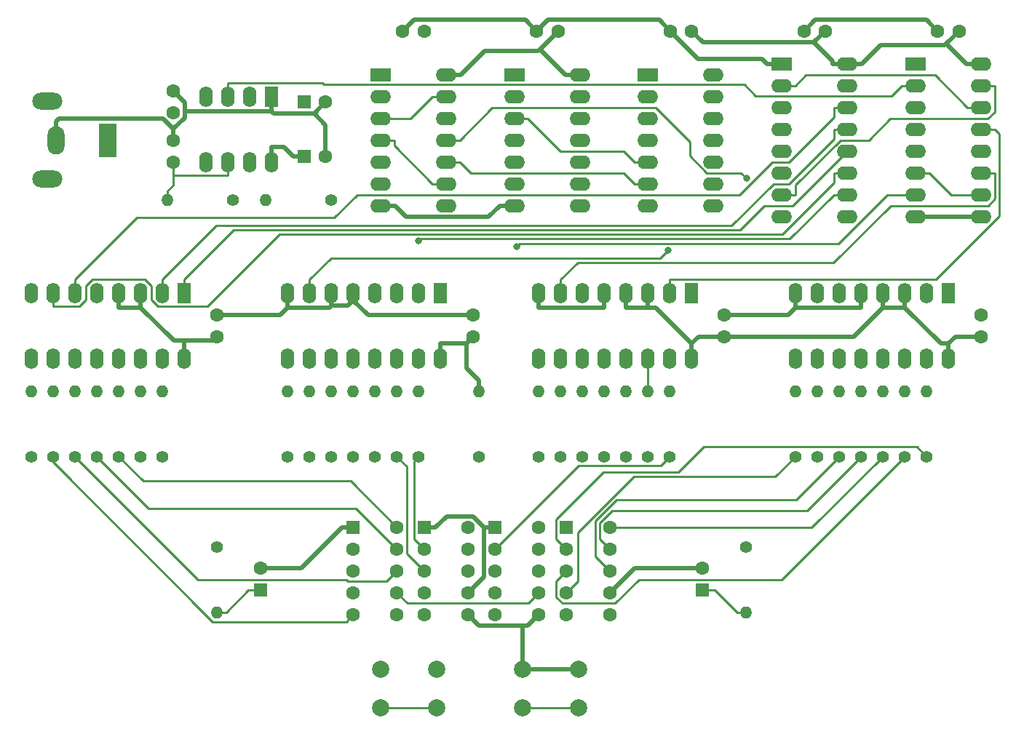
<source format=gbr>
%TF.GenerationSoftware,KiCad,Pcbnew,5.1.7-a382d34a8~87~ubuntu20.04.1*%
%TF.CreationDate,2020-10-16T12:11:30-03:00*%
%TF.ProjectId,cronometro-conta-para-zera,63726f6e-6f6d-4657-9472-6f2d636f6e74,rev?*%
%TF.SameCoordinates,Original*%
%TF.FileFunction,Copper,L1,Top*%
%TF.FilePolarity,Positive*%
%FSLAX46Y46*%
G04 Gerber Fmt 4.6, Leading zero omitted, Abs format (unit mm)*
G04 Created by KiCad (PCBNEW 5.1.7-a382d34a8~87~ubuntu20.04.1) date 2020-10-16 12:11:30*
%MOMM*%
%LPD*%
G01*
G04 APERTURE LIST*
%TA.AperFunction,ComponentPad*%
%ADD10O,2.400000X1.600000*%
%TD*%
%TA.AperFunction,ComponentPad*%
%ADD11R,2.400000X1.600000*%
%TD*%
%TA.AperFunction,ComponentPad*%
%ADD12C,1.600000*%
%TD*%
%TA.AperFunction,ComponentPad*%
%ADD13R,1.600000X1.600000*%
%TD*%
%TA.AperFunction,ComponentPad*%
%ADD14O,1.600000X2.400000*%
%TD*%
%TA.AperFunction,ComponentPad*%
%ADD15R,1.600000X2.400000*%
%TD*%
%TA.AperFunction,ComponentPad*%
%ADD16C,2.000000*%
%TD*%
%TA.AperFunction,ComponentPad*%
%ADD17O,1.400000X1.400000*%
%TD*%
%TA.AperFunction,ComponentPad*%
%ADD18C,1.400000*%
%TD*%
%TA.AperFunction,ComponentPad*%
%ADD19O,3.500000X2.000000*%
%TD*%
%TA.AperFunction,ComponentPad*%
%ADD20O,2.000000X3.300000*%
%TD*%
%TA.AperFunction,ComponentPad*%
%ADD21R,2.000000X4.000000*%
%TD*%
%TA.AperFunction,ViaPad*%
%ADD22C,0.800000*%
%TD*%
%TA.AperFunction,Conductor*%
%ADD23C,0.500000*%
%TD*%
%TA.AperFunction,Conductor*%
%ADD24C,0.250000*%
%TD*%
G04 APERTURE END LIST*
D10*
%TO.P,U3,16*%
%TO.N,VCC*%
X225742000Y-31750000D03*
%TO.P,U3,8*%
%TO.N,Earth*%
X218122000Y-49530000D03*
%TO.P,U3,15*%
%TO.N,MR*%
X225742000Y-34290000D03*
%TO.P,U3,7*%
%TO.N,/clr_seg*%
X218122000Y-46990000D03*
%TO.P,U3,14*%
%TO.N,/M3*%
X225742000Y-36830000D03*
%TO.P,U3,6*%
%TO.N,N/C*%
X218122000Y-44450000D03*
%TO.P,U3,13*%
%TO.N,/M2*%
X225742000Y-39370000D03*
%TO.P,U3,5*%
%TO.N,/Sd2*%
X218122000Y-41910000D03*
%TO.P,U3,12*%
%TO.N,/M1*%
X225742000Y-41910000D03*
%TO.P,U3,4*%
%TO.N,/Sd1*%
X218122000Y-39370000D03*
%TO.P,U3,11*%
%TO.N,/M0*%
X225742000Y-44450000D03*
%TO.P,U3,3*%
%TO.N,/Sd0*%
X218122000Y-36830000D03*
%TO.P,U3,10*%
%TO.N,/Sd2*%
X225742000Y-46990000D03*
%TO.P,U3,2*%
%TO.N,/Su3*%
X218122000Y-34290000D03*
%TO.P,U3,9*%
%TO.N,Earth*%
X225742000Y-49530000D03*
D11*
%TO.P,U3,1*%
X218122000Y-31750000D03*
%TD*%
D12*
%TO.P,U14,10*%
%TO.N,Net-(R28-Pad1)*%
X173355000Y-85725000D03*
%TO.P,U14,9*%
%TO.N,Net-(R29-Pad1)*%
X173355000Y-88265000D03*
%TO.P,U14,8*%
%TO.N,Net-(R30-Pad1)*%
X173355000Y-90805000D03*
%TO.P,U14,7*%
%TO.N,/driver-displays/DP*%
X173355000Y-93345000D03*
%TO.P,U14,6*%
%TO.N,Earth*%
X173355000Y-95885000D03*
%TO.P,U14,5*%
%TO.N,Net-(R31-Pad1)*%
X168275000Y-95885000D03*
%TO.P,U14,4*%
%TO.N,Net-(R32-Pad1)*%
X168275000Y-93345000D03*
%TO.P,U14,3*%
%TO.N,Net-(R34-Pad1)*%
X168275000Y-90805000D03*
%TO.P,U14,2*%
%TO.N,Net-(R33-Pad1)*%
X168275000Y-88265000D03*
D13*
%TO.P,U14,1*%
%TO.N,Earth*%
X168275000Y-85725000D03*
%TD*%
D12*
%TO.P,U13,10*%
%TO.N,Net-(R21-Pad1)*%
X181610000Y-85725000D03*
%TO.P,U13,9*%
%TO.N,Net-(R22-Pad1)*%
X181610000Y-88265000D03*
%TO.P,U13,8*%
%TO.N,Net-(R23-Pad1)*%
X181610000Y-90805000D03*
%TO.P,U13,7*%
%TO.N,Earth*%
X181610000Y-93345000D03*
%TO.P,U13,6*%
X181610000Y-95885000D03*
%TO.P,U13,5*%
%TO.N,Net-(R24-Pad1)*%
X176530000Y-95885000D03*
%TO.P,U13,4*%
%TO.N,Net-(R25-Pad1)*%
X176530000Y-93345000D03*
%TO.P,U13,3*%
%TO.N,Net-(R27-Pad1)*%
X176530000Y-90805000D03*
%TO.P,U13,2*%
%TO.N,Net-(R26-Pad1)*%
X176530000Y-88265000D03*
D13*
%TO.P,U13,1*%
%TO.N,Earth*%
X176530000Y-85725000D03*
%TD*%
D12*
%TO.P,U12,10*%
%TO.N,Net-(R14-Pad1)*%
X189865000Y-85725000D03*
%TO.P,U12,9*%
%TO.N,Net-(R15-Pad1)*%
X189865000Y-88265000D03*
%TO.P,U12,8*%
%TO.N,Net-(R16-Pad1)*%
X189865000Y-90805000D03*
%TO.P,U12,7*%
%TO.N,/driver-displays/DP*%
X189865000Y-93345000D03*
%TO.P,U12,6*%
%TO.N,Earth*%
X189865000Y-95885000D03*
%TO.P,U12,5*%
%TO.N,Net-(R17-Pad1)*%
X184785000Y-95885000D03*
%TO.P,U12,4*%
%TO.N,Net-(R18-Pad1)*%
X184785000Y-93345000D03*
%TO.P,U12,3*%
%TO.N,Net-(R20-Pad1)*%
X184785000Y-90805000D03*
%TO.P,U12,2*%
%TO.N,Net-(R19-Pad1)*%
X184785000Y-88265000D03*
D13*
%TO.P,U12,1*%
%TO.N,Earth*%
X184785000Y-85725000D03*
%TD*%
D12*
%TO.P,U11,10*%
%TO.N,Net-(R7-Pad1)*%
X198120000Y-85725000D03*
%TO.P,U11,9*%
%TO.N,Net-(R8-Pad1)*%
X198120000Y-88265000D03*
%TO.P,U11,8*%
%TO.N,Net-(R9-Pad1)*%
X198120000Y-90805000D03*
%TO.P,U11,7*%
%TO.N,Earth*%
X198120000Y-93345000D03*
%TO.P,U11,6*%
X198120000Y-95885000D03*
%TO.P,U11,5*%
%TO.N,Net-(R10-Pad1)*%
X193040000Y-95885000D03*
%TO.P,U11,4*%
%TO.N,Net-(R11-Pad1)*%
X193040000Y-93345000D03*
%TO.P,U11,3*%
%TO.N,Net-(R13-Pad1)*%
X193040000Y-90805000D03*
%TO.P,U11,2*%
%TO.N,Net-(R12-Pad1)*%
X193040000Y-88265000D03*
D13*
%TO.P,U11,1*%
%TO.N,Earth*%
X193040000Y-85725000D03*
%TD*%
D14*
%TO.P,U10,16*%
%TO.N,VCC*%
X148590000Y-66040000D03*
%TO.P,U10,8*%
%TO.N,Earth*%
X130810000Y-58420000D03*
%TO.P,U10,15*%
%TO.N,Net-(R33-Pad2)*%
X146050000Y-66040000D03*
%TO.P,U10,7*%
%TO.N,/M0*%
X133350000Y-58420000D03*
%TO.P,U10,14*%
%TO.N,Net-(R34-Pad2)*%
X143510000Y-66040000D03*
%TO.P,U10,6*%
%TO.N,/M3*%
X135890000Y-58420000D03*
%TO.P,U10,13*%
%TO.N,Net-(R28-Pad2)*%
X140970000Y-66040000D03*
%TO.P,U10,5*%
%TO.N,Earth*%
X138430000Y-58420000D03*
%TO.P,U10,12*%
%TO.N,Net-(R29-Pad2)*%
X138430000Y-66040000D03*
%TO.P,U10,4*%
%TO.N,VCC*%
X140970000Y-58420000D03*
%TO.P,U10,11*%
%TO.N,Net-(R30-Pad2)*%
X135890000Y-66040000D03*
%TO.P,U10,3*%
%TO.N,VCC*%
X143510000Y-58420000D03*
%TO.P,U10,10*%
%TO.N,Net-(R31-Pad2)*%
X133350000Y-66040000D03*
%TO.P,U10,2*%
%TO.N,/M2*%
X146050000Y-58420000D03*
%TO.P,U10,9*%
%TO.N,Net-(R32-Pad2)*%
X130810000Y-66040000D03*
D15*
%TO.P,U10,1*%
%TO.N,/M1*%
X148590000Y-58420000D03*
%TD*%
D14*
%TO.P,U9,16*%
%TO.N,VCC*%
X178435000Y-66040000D03*
%TO.P,U9,8*%
%TO.N,Earth*%
X160655000Y-58420000D03*
%TO.P,U9,15*%
%TO.N,Net-(R26-Pad2)*%
X175895000Y-66040000D03*
%TO.P,U9,7*%
%TO.N,/Sd0*%
X163195000Y-58420000D03*
%TO.P,U9,14*%
%TO.N,Net-(R27-Pad2)*%
X173355000Y-66040000D03*
%TO.P,U9,6*%
%TO.N,Earth*%
X165735000Y-58420000D03*
%TO.P,U9,13*%
%TO.N,Net-(R21-Pad2)*%
X170815000Y-66040000D03*
%TO.P,U9,5*%
%TO.N,Earth*%
X168275000Y-58420000D03*
%TO.P,U9,12*%
%TO.N,Net-(R22-Pad2)*%
X168275000Y-66040000D03*
%TO.P,U9,4*%
%TO.N,VCC*%
X170815000Y-58420000D03*
%TO.P,U9,11*%
%TO.N,Net-(R23-Pad2)*%
X165735000Y-66040000D03*
%TO.P,U9,3*%
%TO.N,VCC*%
X173355000Y-58420000D03*
%TO.P,U9,10*%
%TO.N,Net-(R24-Pad2)*%
X163195000Y-66040000D03*
%TO.P,U9,2*%
%TO.N,/Sd2*%
X175895000Y-58420000D03*
%TO.P,U9,9*%
%TO.N,Net-(R25-Pad2)*%
X160655000Y-66040000D03*
D15*
%TO.P,U9,1*%
%TO.N,/Sd1*%
X178435000Y-58420000D03*
%TD*%
D14*
%TO.P,U8,16*%
%TO.N,VCC*%
X207645000Y-66040000D03*
%TO.P,U8,8*%
%TO.N,Earth*%
X189865000Y-58420000D03*
%TO.P,U8,15*%
%TO.N,Net-(R19-Pad2)*%
X205105000Y-66040000D03*
%TO.P,U8,7*%
%TO.N,/Su0*%
X192405000Y-58420000D03*
%TO.P,U8,14*%
%TO.N,Net-(R20-Pad2)*%
X202565000Y-66040000D03*
%TO.P,U8,6*%
%TO.N,/Su3*%
X194945000Y-58420000D03*
%TO.P,U8,13*%
%TO.N,Net-(R14-Pad2)*%
X200025000Y-66040000D03*
%TO.P,U8,5*%
%TO.N,Earth*%
X197485000Y-58420000D03*
%TO.P,U8,12*%
%TO.N,Net-(R15-Pad2)*%
X197485000Y-66040000D03*
%TO.P,U8,4*%
%TO.N,VCC*%
X200025000Y-58420000D03*
%TO.P,U8,11*%
%TO.N,Net-(R16-Pad2)*%
X194945000Y-66040000D03*
%TO.P,U8,3*%
%TO.N,VCC*%
X202565000Y-58420000D03*
%TO.P,U8,10*%
%TO.N,Net-(R17-Pad2)*%
X192405000Y-66040000D03*
%TO.P,U8,2*%
%TO.N,/Su2*%
X205105000Y-58420000D03*
%TO.P,U8,9*%
%TO.N,Net-(R18-Pad2)*%
X189865000Y-66040000D03*
D15*
%TO.P,U8,1*%
%TO.N,/Su1*%
X207645000Y-58420000D03*
%TD*%
D14*
%TO.P,U7,16*%
%TO.N,VCC*%
X237490000Y-66040000D03*
%TO.P,U7,8*%
%TO.N,Earth*%
X219710000Y-58420000D03*
%TO.P,U7,15*%
%TO.N,Net-(R12-Pad2)*%
X234950000Y-66040000D03*
%TO.P,U7,7*%
%TO.N,/DS0*%
X222250000Y-58420000D03*
%TO.P,U7,14*%
%TO.N,Net-(R13-Pad2)*%
X232410000Y-66040000D03*
%TO.P,U7,6*%
%TO.N,/DS3*%
X224790000Y-58420000D03*
%TO.P,U7,13*%
%TO.N,Net-(R7-Pad2)*%
X229870000Y-66040000D03*
%TO.P,U7,5*%
%TO.N,Earth*%
X227330000Y-58420000D03*
%TO.P,U7,12*%
%TO.N,Net-(R8-Pad2)*%
X227330000Y-66040000D03*
%TO.P,U7,4*%
%TO.N,VCC*%
X229870000Y-58420000D03*
%TO.P,U7,11*%
%TO.N,Net-(R9-Pad2)*%
X224790000Y-66040000D03*
%TO.P,U7,3*%
%TO.N,VCC*%
X232410000Y-58420000D03*
%TO.P,U7,10*%
%TO.N,Net-(R10-Pad2)*%
X222250000Y-66040000D03*
%TO.P,U7,2*%
%TO.N,/DS2*%
X234950000Y-58420000D03*
%TO.P,U7,9*%
%TO.N,Net-(R11-Pad2)*%
X219710000Y-66040000D03*
D15*
%TO.P,U7,1*%
%TO.N,/DS1*%
X237490000Y-58420000D03*
%TD*%
D10*
%TO.P,U6,14*%
%TO.N,N/C*%
X210185000Y-33020000D03*
%TO.P,U6,7*%
%TO.N,VCC*%
X202565000Y-48260000D03*
%TO.P,U6,13*%
%TO.N,N/C*%
X210185000Y-35560000D03*
%TO.P,U6,6*%
%TO.N,~MR*%
X202565000Y-45720000D03*
%TO.P,U6,12*%
%TO.N,N/C*%
X210185000Y-38100000D03*
%TO.P,U6,5*%
%TO.N,Net-(U5-Pad3)*%
X202565000Y-43180000D03*
%TO.P,U6,11*%
%TO.N,Earth*%
X210185000Y-40640000D03*
%TO.P,U6,4*%
%TO.N,VCC*%
X202565000Y-40640000D03*
%TO.P,U6,10*%
X210185000Y-43180000D03*
%TO.P,U6,3*%
%TO.N,N/C*%
X202565000Y-38100000D03*
%TO.P,U6,9*%
X210185000Y-45720000D03*
%TO.P,U6,2*%
X202565000Y-35560000D03*
%TO.P,U6,8*%
%TO.N,/hab_cont*%
X210185000Y-48260000D03*
D11*
%TO.P,U6,1*%
%TO.N,N/C*%
X202565000Y-33020000D03*
%TD*%
D10*
%TO.P,U5,14*%
%TO.N,VCC*%
X194627000Y-33020000D03*
%TO.P,U5,7*%
%TO.N,Earth*%
X187007000Y-48260000D03*
%TO.P,U5,13*%
%TO.N,N/C*%
X194627000Y-35560000D03*
%TO.P,U5,6*%
X187007000Y-45720000D03*
%TO.P,U5,12*%
X194627000Y-38100000D03*
%TO.P,U5,5*%
X187007000Y-43180000D03*
%TO.P,U5,11*%
X194627000Y-40640000D03*
%TO.P,U5,4*%
X187007000Y-40640000D03*
%TO.P,U5,10*%
X194627000Y-43180000D03*
%TO.P,U5,3*%
%TO.N,Net-(U5-Pad3)*%
X187007000Y-38100000D03*
%TO.P,U5,9*%
%TO.N,N/C*%
X194627000Y-45720000D03*
%TO.P,U5,2*%
%TO.N,Net-(C3-Pad1)*%
X187007000Y-35560000D03*
%TO.P,U5,8*%
%TO.N,N/C*%
X194627000Y-48260000D03*
D11*
%TO.P,U5,1*%
%TO.N,Net-(C3-Pad1)*%
X187007000Y-33020000D03*
%TD*%
D10*
%TO.P,U4,14*%
%TO.N,VCC*%
X179070000Y-33020000D03*
%TO.P,U4,7*%
%TO.N,Earth*%
X171450000Y-48260000D03*
%TO.P,U4,13*%
%TO.N,Net-(U4-Pad13)*%
X179070000Y-35560000D03*
%TO.P,U4,6*%
%TO.N,Net-(C4-Pad1)*%
X171450000Y-45720000D03*
%TO.P,U4,12*%
%TO.N,~MR*%
X179070000Y-38100000D03*
%TO.P,U4,5*%
%TO.N,Net-(C4-Pad1)*%
X171450000Y-43180000D03*
%TO.P,U4,11*%
%TO.N,/clr_seg*%
X179070000Y-40640000D03*
%TO.P,U4,4*%
%TO.N,MR*%
X171450000Y-40640000D03*
%TO.P,U4,10*%
%TO.N,~MR*%
X179070000Y-43180000D03*
%TO.P,U4,3*%
%TO.N,Net-(U4-Pad13)*%
X171450000Y-38100000D03*
%TO.P,U4,9*%
%TO.N,MR*%
X179070000Y-45720000D03*
%TO.P,U4,2*%
%TO.N,/Sd2*%
X171450000Y-35560000D03*
%TO.P,U4,8*%
%TO.N,MR*%
X179070000Y-48260000D03*
D11*
%TO.P,U4,1*%
%TO.N,/Sd1*%
X171450000Y-33020000D03*
%TD*%
D10*
%TO.P,U2,16*%
%TO.N,VCC*%
X241300000Y-31750000D03*
%TO.P,U2,8*%
%TO.N,Earth*%
X233680000Y-49530000D03*
%TO.P,U2,15*%
%TO.N,/clr_seg*%
X241300000Y-34290000D03*
%TO.P,U2,7*%
%TO.N,MR*%
X233680000Y-46990000D03*
%TO.P,U2,14*%
%TO.N,/Su3*%
X241300000Y-36830000D03*
%TO.P,U2,6*%
%TO.N,/DS3*%
X233680000Y-44450000D03*
%TO.P,U2,13*%
%TO.N,/Su2*%
X241300000Y-39370000D03*
%TO.P,U2,5*%
%TO.N,/DS2*%
X233680000Y-41910000D03*
%TO.P,U2,12*%
%TO.N,/Su1*%
X241300000Y-41910000D03*
%TO.P,U2,4*%
%TO.N,/DS1*%
X233680000Y-39370000D03*
%TO.P,U2,11*%
%TO.N,/Su0*%
X241300000Y-44450000D03*
%TO.P,U2,3*%
%TO.N,/DS0*%
X233680000Y-36830000D03*
%TO.P,U2,10*%
%TO.N,/DS3*%
X241300000Y-46990000D03*
%TO.P,U2,2*%
%TO.N,ck*%
X233680000Y-34290000D03*
%TO.P,U2,9*%
%TO.N,Earth*%
X241300000Y-49530000D03*
D11*
%TO.P,U2,1*%
%TO.N,/hab_cont*%
X233680000Y-31750000D03*
%TD*%
D14*
%TO.P,U1,8*%
%TO.N,VCC*%
X158750000Y-43180000D03*
%TO.P,U1,4*%
X151130000Y-35560000D03*
%TO.P,U1,7*%
%TO.N,Net-(R1-Pad2)*%
X156210000Y-43180000D03*
%TO.P,U1,3*%
%TO.N,ck*%
X153670000Y-35560000D03*
%TO.P,U1,6*%
%TO.N,Net-(C2-Pad1)*%
X153670000Y-43180000D03*
%TO.P,U1,2*%
X156210000Y-35560000D03*
%TO.P,U1,5*%
%TO.N,Net-(C1-Pad1)*%
X151130000Y-43180000D03*
D15*
%TO.P,U1,1*%
%TO.N,Earth*%
X158750000Y-35560000D03*
%TD*%
D16*
%TO.P,SW2,1*%
%TO.N,Earth*%
X194460000Y-102235000D03*
%TO.P,SW2,2*%
%TO.N,Net-(C3-Pad1)*%
X194460000Y-106735000D03*
%TO.P,SW2,1*%
%TO.N,Earth*%
X187960000Y-102235000D03*
%TO.P,SW2,2*%
%TO.N,Net-(C3-Pad1)*%
X187960000Y-106735000D03*
%TD*%
%TO.P,SW1,1*%
%TO.N,Earth*%
X177950000Y-102235000D03*
%TO.P,SW1,2*%
%TO.N,Net-(C4-Pad1)*%
X177950000Y-106735000D03*
%TO.P,SW1,1*%
%TO.N,Earth*%
X171450000Y-102235000D03*
%TO.P,SW1,2*%
%TO.N,Net-(C4-Pad1)*%
X171450000Y-106735000D03*
%TD*%
D17*
%TO.P,R34,2*%
%TO.N,Net-(R34-Pad2)*%
X143510000Y-69850000D03*
D18*
%TO.P,R34,1*%
%TO.N,Net-(R34-Pad1)*%
X143510000Y-77470000D03*
%TD*%
D17*
%TO.P,R33,2*%
%TO.N,Net-(R33-Pad2)*%
X146050000Y-69850000D03*
D18*
%TO.P,R33,1*%
%TO.N,Net-(R33-Pad1)*%
X146050000Y-77470000D03*
%TD*%
D17*
%TO.P,R32,2*%
%TO.N,Net-(R32-Pad2)*%
X130810000Y-69850000D03*
D18*
%TO.P,R32,1*%
%TO.N,Net-(R32-Pad1)*%
X130810000Y-77470000D03*
%TD*%
D17*
%TO.P,R31,2*%
%TO.N,Net-(R31-Pad2)*%
X133350000Y-69850000D03*
D18*
%TO.P,R31,1*%
%TO.N,Net-(R31-Pad1)*%
X133350000Y-77470000D03*
%TD*%
D17*
%TO.P,R30,2*%
%TO.N,Net-(R30-Pad2)*%
X135890000Y-69850000D03*
D18*
%TO.P,R30,1*%
%TO.N,Net-(R30-Pad1)*%
X135890000Y-77470000D03*
%TD*%
D17*
%TO.P,R29,2*%
%TO.N,Net-(R29-Pad2)*%
X138430000Y-69850000D03*
D18*
%TO.P,R29,1*%
%TO.N,Net-(R29-Pad1)*%
X138430000Y-77470000D03*
%TD*%
D17*
%TO.P,R28,2*%
%TO.N,Net-(R28-Pad2)*%
X140970000Y-69850000D03*
D18*
%TO.P,R28,1*%
%TO.N,Net-(R28-Pad1)*%
X140970000Y-77470000D03*
%TD*%
D17*
%TO.P,R27,2*%
%TO.N,Net-(R27-Pad2)*%
X173355000Y-69850000D03*
D18*
%TO.P,R27,1*%
%TO.N,Net-(R27-Pad1)*%
X173355000Y-77470000D03*
%TD*%
D17*
%TO.P,R26,2*%
%TO.N,Net-(R26-Pad2)*%
X175895000Y-69850000D03*
D18*
%TO.P,R26,1*%
%TO.N,Net-(R26-Pad1)*%
X175895000Y-77470000D03*
%TD*%
D17*
%TO.P,R25,2*%
%TO.N,Net-(R25-Pad2)*%
X160655000Y-69850000D03*
D18*
%TO.P,R25,1*%
%TO.N,Net-(R25-Pad1)*%
X160655000Y-77470000D03*
%TD*%
D17*
%TO.P,R24,2*%
%TO.N,Net-(R24-Pad2)*%
X163195000Y-69850000D03*
D18*
%TO.P,R24,1*%
%TO.N,Net-(R24-Pad1)*%
X163195000Y-77470000D03*
%TD*%
D17*
%TO.P,R23,2*%
%TO.N,Net-(R23-Pad2)*%
X165735000Y-69850000D03*
D18*
%TO.P,R23,1*%
%TO.N,Net-(R23-Pad1)*%
X165735000Y-77470000D03*
%TD*%
D17*
%TO.P,R22,2*%
%TO.N,Net-(R22-Pad2)*%
X168275000Y-69850000D03*
D18*
%TO.P,R22,1*%
%TO.N,Net-(R22-Pad1)*%
X168275000Y-77470000D03*
%TD*%
D17*
%TO.P,R21,2*%
%TO.N,Net-(R21-Pad2)*%
X170815000Y-69850000D03*
D18*
%TO.P,R21,1*%
%TO.N,Net-(R21-Pad1)*%
X170815000Y-77470000D03*
%TD*%
D17*
%TO.P,R20,2*%
%TO.N,Net-(R20-Pad2)*%
X202565000Y-69850000D03*
D18*
%TO.P,R20,1*%
%TO.N,Net-(R20-Pad1)*%
X202565000Y-77470000D03*
%TD*%
D17*
%TO.P,R19,2*%
%TO.N,Net-(R19-Pad2)*%
X205105000Y-69850000D03*
D18*
%TO.P,R19,1*%
%TO.N,Net-(R19-Pad1)*%
X205105000Y-77470000D03*
%TD*%
D17*
%TO.P,R18,2*%
%TO.N,Net-(R18-Pad2)*%
X189865000Y-69850000D03*
D18*
%TO.P,R18,1*%
%TO.N,Net-(R18-Pad1)*%
X189865000Y-77470000D03*
%TD*%
D17*
%TO.P,R17,2*%
%TO.N,Net-(R17-Pad2)*%
X192405000Y-69850000D03*
D18*
%TO.P,R17,1*%
%TO.N,Net-(R17-Pad1)*%
X192405000Y-77470000D03*
%TD*%
D17*
%TO.P,R16,2*%
%TO.N,Net-(R16-Pad2)*%
X194945000Y-69850000D03*
D18*
%TO.P,R16,1*%
%TO.N,Net-(R16-Pad1)*%
X194945000Y-77470000D03*
%TD*%
D17*
%TO.P,R15,2*%
%TO.N,Net-(R15-Pad2)*%
X197485000Y-69850000D03*
D18*
%TO.P,R15,1*%
%TO.N,Net-(R15-Pad1)*%
X197485000Y-77470000D03*
%TD*%
D17*
%TO.P,R14,2*%
%TO.N,Net-(R14-Pad2)*%
X200025000Y-69850000D03*
D18*
%TO.P,R14,1*%
%TO.N,Net-(R14-Pad1)*%
X200025000Y-77470000D03*
%TD*%
D17*
%TO.P,R13,2*%
%TO.N,Net-(R13-Pad2)*%
X232410000Y-69850000D03*
D18*
%TO.P,R13,1*%
%TO.N,Net-(R13-Pad1)*%
X232410000Y-77470000D03*
%TD*%
D17*
%TO.P,R12,2*%
%TO.N,Net-(R12-Pad2)*%
X234950000Y-69850000D03*
D18*
%TO.P,R12,1*%
%TO.N,Net-(R12-Pad1)*%
X234950000Y-77470000D03*
%TD*%
D17*
%TO.P,R11,2*%
%TO.N,Net-(R11-Pad2)*%
X219710000Y-69850000D03*
D18*
%TO.P,R11,1*%
%TO.N,Net-(R11-Pad1)*%
X219710000Y-77470000D03*
%TD*%
D17*
%TO.P,R10,2*%
%TO.N,Net-(R10-Pad2)*%
X222250000Y-69850000D03*
D18*
%TO.P,R10,1*%
%TO.N,Net-(R10-Pad1)*%
X222250000Y-77470000D03*
%TD*%
D17*
%TO.P,R9,2*%
%TO.N,Net-(R9-Pad2)*%
X224790000Y-69850000D03*
D18*
%TO.P,R9,1*%
%TO.N,Net-(R9-Pad1)*%
X224790000Y-77470000D03*
%TD*%
D17*
%TO.P,R8,2*%
%TO.N,Net-(R8-Pad2)*%
X227330000Y-69850000D03*
D18*
%TO.P,R8,1*%
%TO.N,Net-(R8-Pad1)*%
X227330000Y-77470000D03*
%TD*%
D17*
%TO.P,R7,2*%
%TO.N,Net-(R7-Pad2)*%
X229870000Y-69850000D03*
D18*
%TO.P,R7,1*%
%TO.N,Net-(R7-Pad1)*%
X229870000Y-77470000D03*
%TD*%
D17*
%TO.P,R6,2*%
%TO.N,VCC*%
X182880000Y-69850000D03*
D18*
%TO.P,R6,1*%
%TO.N,/driver-displays/DP*%
X182880000Y-77470000D03*
%TD*%
D17*
%TO.P,R5,2*%
%TO.N,Net-(C4-Pad1)*%
X152400000Y-95595000D03*
D18*
%TO.P,R5,1*%
%TO.N,VCC*%
X152400000Y-87975000D03*
%TD*%
D17*
%TO.P,R4,2*%
%TO.N,Net-(C3-Pad1)*%
X213995000Y-95595000D03*
D18*
%TO.P,R4,1*%
%TO.N,VCC*%
X213995000Y-87975000D03*
%TD*%
D17*
%TO.P,R2,2*%
%TO.N,Net-(C2-Pad1)*%
X146685000Y-47625000D03*
D18*
%TO.P,R2,1*%
%TO.N,Net-(R1-Pad2)*%
X154305000Y-47625000D03*
%TD*%
D17*
%TO.P,R1,2*%
%TO.N,Net-(R1-Pad2)*%
X158115000Y-47625000D03*
D18*
%TO.P,R1,1*%
%TO.N,VCC*%
X165735000Y-47625000D03*
%TD*%
D19*
%TO.P,J1,MP*%
%TO.N,N/C*%
X132700000Y-45140000D03*
X132700000Y-36140000D03*
D20*
%TO.P,J1,2*%
%TO.N,Earth*%
X133700000Y-40640000D03*
D21*
%TO.P,J1,1*%
%TO.N,VCC*%
X139700000Y-40640000D03*
%TD*%
D12*
%TO.P,C15,2*%
%TO.N,Earth*%
X205145000Y-27940000D03*
%TO.P,C15,1*%
%TO.N,VCC*%
X207645000Y-27940000D03*
%TD*%
%TO.P,C14,2*%
%TO.N,Earth*%
X152400000Y-61000000D03*
%TO.P,C14,1*%
%TO.N,VCC*%
X152400000Y-63500000D03*
%TD*%
%TO.P,C13,2*%
%TO.N,Earth*%
X182245000Y-61000000D03*
%TO.P,C13,1*%
%TO.N,VCC*%
X182245000Y-63500000D03*
%TD*%
%TO.P,C12,2*%
%TO.N,Earth*%
X211455000Y-61000000D03*
%TO.P,C12,1*%
%TO.N,VCC*%
X211455000Y-63500000D03*
%TD*%
%TO.P,C11,2*%
%TO.N,Earth*%
X241300000Y-61000000D03*
%TO.P,C11,1*%
%TO.N,VCC*%
X241300000Y-63500000D03*
%TD*%
%TO.P,C10,2*%
%TO.N,Earth*%
X174030000Y-27940000D03*
%TO.P,C10,1*%
%TO.N,VCC*%
X176530000Y-27940000D03*
%TD*%
%TO.P,C9,2*%
%TO.N,Earth*%
X189588000Y-27940000D03*
%TO.P,C9,1*%
%TO.N,VCC*%
X192088000Y-27940000D03*
%TD*%
%TO.P,C8,2*%
%TO.N,Earth*%
X220702000Y-27940000D03*
%TO.P,C8,1*%
%TO.N,VCC*%
X223202000Y-27940000D03*
%TD*%
%TO.P,C7,2*%
%TO.N,Earth*%
X236260000Y-27940000D03*
%TO.P,C7,1*%
%TO.N,VCC*%
X238760000Y-27940000D03*
%TD*%
%TO.P,C6,2*%
%TO.N,Earth*%
X165060000Y-36195000D03*
D13*
%TO.P,C6,1*%
%TO.N,VCC*%
X162560000Y-36195000D03*
%TD*%
D12*
%TO.P,C5,2*%
%TO.N,Earth*%
X165060000Y-42545000D03*
D13*
%TO.P,C5,1*%
%TO.N,VCC*%
X162560000Y-42545000D03*
%TD*%
D12*
%TO.P,C4,2*%
%TO.N,Earth*%
X157480000Y-90490100D03*
D13*
%TO.P,C4,1*%
%TO.N,Net-(C4-Pad1)*%
X157480000Y-92990100D03*
%TD*%
D12*
%TO.P,C3,2*%
%TO.N,Earth*%
X208915000Y-90490100D03*
D13*
%TO.P,C3,1*%
%TO.N,Net-(C3-Pad1)*%
X208915000Y-92990100D03*
%TD*%
D12*
%TO.P,C2,2*%
%TO.N,Earth*%
X147320000Y-40680000D03*
%TO.P,C2,1*%
%TO.N,Net-(C2-Pad1)*%
X147320000Y-43180000D03*
%TD*%
%TO.P,C1,2*%
%TO.N,Earth*%
X147320000Y-34965000D03*
%TO.P,C1,1*%
%TO.N,Net-(C1-Pad1)*%
X147320000Y-37465000D03*
%TD*%
D22*
%TO.N,MR*%
X187256400Y-53011100D03*
%TO.N,/Sd2*%
X175895000Y-52362700D03*
%TO.N,/clr_seg*%
X214015100Y-45090500D03*
%TO.N,/Sd0*%
X204900300Y-53443000D03*
%TD*%
D23*
%TO.N,Earth*%
X211455000Y-61000000D02*
X218830300Y-61000000D01*
X218830300Y-61000000D02*
X219710000Y-60120300D01*
X219710000Y-58420000D02*
X219710000Y-60120300D01*
X227330000Y-58420000D02*
X227330000Y-60120300D01*
X227330000Y-60120300D02*
X219710000Y-60120300D01*
X220702000Y-27940000D02*
X222034100Y-26607900D01*
X222034100Y-26607900D02*
X234927900Y-26607900D01*
X234927900Y-26607900D02*
X236260000Y-27940000D01*
X218122000Y-31750000D02*
X216421700Y-31750000D01*
X216421700Y-31750000D02*
X215832800Y-31161100D01*
X215832800Y-31161100D02*
X208366100Y-31161100D01*
X208366100Y-31161100D02*
X205145000Y-27940000D01*
X205145000Y-27940000D02*
X203838300Y-26633300D01*
X203838300Y-26633300D02*
X190894700Y-26633300D01*
X190894700Y-26633300D02*
X189588000Y-27940000D01*
X197485000Y-58420000D02*
X197485000Y-60120300D01*
X189865000Y-58420000D02*
X189865000Y-60120300D01*
X189865000Y-60120300D02*
X197485000Y-60120300D01*
X187960000Y-97185400D02*
X188564600Y-97185400D01*
X188564600Y-97185400D02*
X189865000Y-95885000D01*
X181610000Y-95885000D02*
X182910400Y-97185400D01*
X182910400Y-97185400D02*
X187960000Y-97185400D01*
X187960000Y-97185400D02*
X187960000Y-102235000D01*
X163707500Y-37547500D02*
X159037200Y-37547500D01*
X159037200Y-37547500D02*
X158750000Y-37260300D01*
X165060000Y-36195000D02*
X163707500Y-37547500D01*
X163707500Y-37547500D02*
X165060000Y-38900000D01*
X165060000Y-38900000D02*
X165060000Y-42545000D01*
X181610000Y-93345000D02*
X183484700Y-91470300D01*
X183484700Y-91470300D02*
X183484700Y-85725000D01*
X176530000Y-85725000D02*
X177830300Y-85725000D01*
X184785000Y-85725000D02*
X183484700Y-85725000D01*
X183484700Y-85725000D02*
X182184400Y-84424700D01*
X182184400Y-84424700D02*
X179130600Y-84424700D01*
X179130600Y-84424700D02*
X177830300Y-85725000D01*
X182245000Y-61000000D02*
X170004900Y-61000000D01*
X170004900Y-61000000D02*
X168275000Y-59270100D01*
X168275000Y-59270100D02*
X167612400Y-59932700D01*
X167612400Y-59932700D02*
X165735000Y-59932700D01*
X152400000Y-61000000D02*
X159775300Y-61000000D01*
X159775300Y-61000000D02*
X160655000Y-60120300D01*
X160655000Y-58420000D02*
X160655000Y-60120300D01*
X165735000Y-59932700D02*
X165547400Y-60120300D01*
X165547400Y-60120300D02*
X160655000Y-60120300D01*
X165735000Y-58420000D02*
X165735000Y-59932700D01*
X147320900Y-39364500D02*
X146096000Y-38139600D01*
X146096000Y-38139600D02*
X134050100Y-38139600D01*
X134050100Y-38139600D02*
X133700000Y-38489700D01*
X147320000Y-40680000D02*
X147320900Y-40679100D01*
X147320900Y-40679100D02*
X147320900Y-39364500D01*
X148636300Y-37260300D02*
X148636300Y-38049100D01*
X148636300Y-38049100D02*
X147320900Y-39364500D01*
X133700000Y-40640000D02*
X133700000Y-38489700D01*
X148636300Y-37260300D02*
X158750000Y-37260300D01*
X147320000Y-34965000D02*
X148636300Y-36281300D01*
X148636300Y-36281300D02*
X148636300Y-37260300D01*
X189588000Y-27940000D02*
X188287600Y-26639600D01*
X188287600Y-26639600D02*
X175330400Y-26639600D01*
X175330400Y-26639600D02*
X174030000Y-27940000D01*
X171450000Y-48260000D02*
X173150300Y-48260000D01*
X187007000Y-48260000D02*
X185306700Y-48260000D01*
X185306700Y-48260000D02*
X184004400Y-49562300D01*
X184004400Y-49562300D02*
X174452600Y-49562300D01*
X174452600Y-49562300D02*
X173150300Y-48260000D01*
X168275000Y-58420000D02*
X168275000Y-59270100D01*
X241300000Y-49530000D02*
X233680000Y-49530000D01*
X194460000Y-102235000D02*
X187960000Y-102235000D01*
X168275000Y-85725000D02*
X166974700Y-85725000D01*
X157480000Y-90490100D02*
X162209600Y-90490100D01*
X162209600Y-90490100D02*
X166974700Y-85725000D01*
X208915000Y-90490100D02*
X200974900Y-90490100D01*
X200974900Y-90490100D02*
X198120000Y-93345000D01*
X158750000Y-35560000D02*
X158750000Y-37260300D01*
D24*
%TO.N,Net-(C2-Pad1)*%
X146685000Y-47625000D02*
X146685000Y-46549700D01*
X147320000Y-44755300D02*
X147320000Y-45914700D01*
X147320000Y-45914700D02*
X146685000Y-46549700D01*
X147320000Y-43180000D02*
X147320000Y-44755300D01*
X147320000Y-44755300D02*
X153670000Y-44755300D01*
X153670000Y-43180000D02*
X153670000Y-44755300D01*
%TO.N,Net-(C3-Pad1)*%
X213995000Y-95595000D02*
X212919700Y-95595000D01*
X208915000Y-92990100D02*
X210314800Y-92990100D01*
X210314800Y-92990100D02*
X212919700Y-95595000D01*
X187960000Y-106735000D02*
X194460000Y-106735000D01*
%TO.N,Net-(C4-Pad1)*%
X152400000Y-95595000D02*
X153475300Y-95595000D01*
X157480000Y-92990100D02*
X156080200Y-92990100D01*
X156080200Y-92990100D02*
X153475300Y-95595000D01*
X171450000Y-106735000D02*
X177950000Y-106735000D01*
D23*
%TO.N,VCC*%
X241300000Y-63500000D02*
X238329700Y-63500000D01*
X238329700Y-63500000D02*
X237490000Y-64339700D01*
X237490000Y-66040000D02*
X237490000Y-64339700D01*
X232410000Y-60120300D02*
X236629400Y-64339700D01*
X236629400Y-64339700D02*
X237490000Y-64339700D01*
X232410000Y-59932700D02*
X232410000Y-60120300D01*
X232410000Y-60120300D02*
X229870000Y-60120300D01*
X237274900Y-29425100D02*
X237084700Y-29615300D01*
X237084700Y-29615300D02*
X229577000Y-29615300D01*
X229577000Y-29615300D02*
X227442300Y-31750000D01*
X238760000Y-27940000D02*
X237274900Y-29425100D01*
X237274900Y-29425100D02*
X239599700Y-31750000D01*
X241300000Y-31750000D02*
X239599700Y-31750000D01*
X221861800Y-29280200D02*
X208985200Y-29280200D01*
X208985200Y-29280200D02*
X207645000Y-27940000D01*
X223202000Y-27940000D02*
X221861800Y-29280200D01*
X221861800Y-29280200D02*
X224041700Y-31460100D01*
X224041700Y-31460100D02*
X224041700Y-31750000D01*
X225742000Y-31750000D02*
X224041700Y-31750000D01*
X207645000Y-64339700D02*
X203425600Y-60120300D01*
X203425600Y-60120300D02*
X202565000Y-60120300D01*
X211455000Y-63500000D02*
X208484700Y-63500000D01*
X208484700Y-63500000D02*
X207645000Y-64339700D01*
X200025000Y-58420000D02*
X200025000Y-60120300D01*
X202565000Y-58420000D02*
X202565000Y-60120300D01*
X202565000Y-60120300D02*
X200025000Y-60120300D01*
X189967400Y-30060600D02*
X189777600Y-30250400D01*
X189777600Y-30250400D02*
X183539900Y-30250400D01*
X183539900Y-30250400D02*
X180770300Y-33020000D01*
X192088000Y-27940000D02*
X189967400Y-30060600D01*
X189967400Y-30060600D02*
X192926700Y-33020000D01*
X194627000Y-33020000D02*
X192926700Y-33020000D01*
X179070000Y-33020000D02*
X180770300Y-33020000D01*
X181405300Y-64339700D02*
X182245000Y-63500000D01*
X178435000Y-64339700D02*
X181405300Y-64339700D01*
X181405300Y-64339700D02*
X181405300Y-67175000D01*
X181405300Y-67175000D02*
X182880000Y-68649700D01*
X182880000Y-69850000D02*
X182880000Y-68649700D01*
X178435000Y-66040000D02*
X178435000Y-64339700D01*
X232410000Y-58420000D02*
X232410000Y-59932700D01*
X229870000Y-58420000D02*
X229870000Y-60120300D01*
X211455000Y-63500000D02*
X226490300Y-63500000D01*
X226490300Y-63500000D02*
X229870000Y-60120300D01*
X148590000Y-63997000D02*
X151903000Y-63997000D01*
X151903000Y-63997000D02*
X152400000Y-63500000D01*
X148590000Y-64339700D02*
X148590000Y-63997000D01*
X148590000Y-63997000D02*
X147386700Y-63997000D01*
X147386700Y-63997000D02*
X143510000Y-60120300D01*
X143510000Y-58420000D02*
X143510000Y-60120300D01*
X140970000Y-58420000D02*
X140970000Y-60120300D01*
X140970000Y-60120300D02*
X143510000Y-60120300D01*
X225742000Y-31750000D02*
X227442300Y-31750000D01*
X148590000Y-66040000D02*
X148590000Y-64339700D01*
X207645000Y-66040000D02*
X207645000Y-64339700D01*
X162560000Y-42545000D02*
X161259700Y-42545000D01*
X158750000Y-43180000D02*
X158750000Y-41479700D01*
X161259700Y-42545000D02*
X160194400Y-41479700D01*
X160194400Y-41479700D02*
X158750000Y-41479700D01*
D24*
%TO.N,/driver-displays/DP*%
X173355000Y-93345000D02*
X174545600Y-94535600D01*
X174545600Y-94535600D02*
X188674400Y-94535600D01*
X188674400Y-94535600D02*
X189865000Y-93345000D01*
%TO.N,Net-(R7-Pad1)*%
X229870000Y-77470000D02*
X221615000Y-85725000D01*
X221615000Y-85725000D02*
X198120000Y-85725000D01*
%TO.N,Net-(R8-Pad1)*%
X227330000Y-77470000D02*
X221033100Y-83766900D01*
X221033100Y-83766900D02*
X198356900Y-83766900D01*
X198356900Y-83766900D02*
X196906000Y-85217800D01*
X196906000Y-85217800D02*
X196906000Y-87051000D01*
X196906000Y-87051000D02*
X198120000Y-88265000D01*
%TO.N,Net-(R9-Pad1)*%
X198120000Y-90805000D02*
X196405600Y-89090600D01*
X196405600Y-89090600D02*
X196405600Y-85004300D01*
X196405600Y-85004300D02*
X198908100Y-82501800D01*
X198908100Y-82501800D02*
X219758200Y-82501800D01*
X219758200Y-82501800D02*
X224790000Y-77470000D01*
%TO.N,Net-(R11-Pad1)*%
X193040000Y-93345000D02*
X194404600Y-91980400D01*
X194404600Y-91980400D02*
X194404600Y-86276700D01*
X194404600Y-86276700D02*
X200884800Y-79796500D01*
X200884800Y-79796500D02*
X217383500Y-79796500D01*
X217383500Y-79796500D02*
X219710000Y-77470000D01*
%TO.N,Net-(R12-Pad1)*%
X193040000Y-88265000D02*
X191846000Y-87071000D01*
X191846000Y-87071000D02*
X191846000Y-84776200D01*
X191846000Y-84776200D02*
X197326000Y-79296200D01*
X197326000Y-79296200D02*
X206115800Y-79296200D01*
X206115800Y-79296200D02*
X209054000Y-76358000D01*
X209054000Y-76358000D02*
X233838000Y-76358000D01*
X233838000Y-76358000D02*
X234950000Y-77470000D01*
%TO.N,Net-(R13-Pad1)*%
X232410000Y-77470000D02*
X218065300Y-91814700D01*
X218065300Y-91814700D02*
X201500500Y-91814700D01*
X201500500Y-91814700D02*
X198751700Y-94563500D01*
X198751700Y-94563500D02*
X192596000Y-94563500D01*
X192596000Y-94563500D02*
X191848000Y-93815500D01*
X191848000Y-93815500D02*
X191848000Y-91997000D01*
X191848000Y-91997000D02*
X193040000Y-90805000D01*
%TO.N,Net-(R19-Pad1)*%
X205105000Y-77470000D02*
X204029600Y-78545400D01*
X204029600Y-78545400D02*
X194504600Y-78545400D01*
X194504600Y-78545400D02*
X184785000Y-88265000D01*
%TO.N,Net-(R20-Pad2)*%
X202565000Y-69850000D02*
X202565000Y-66040000D01*
%TO.N,Net-(R26-Pad1)*%
X175895000Y-77470000D02*
X175354600Y-78010400D01*
X175354600Y-78010400D02*
X175354600Y-87089600D01*
X175354600Y-87089600D02*
X176530000Y-88265000D01*
%TO.N,Net-(R27-Pad1)*%
X173355000Y-77470000D02*
X174530400Y-78645400D01*
X174530400Y-78645400D02*
X174530400Y-88805400D01*
X174530400Y-88805400D02*
X176530000Y-90805000D01*
%TO.N,Net-(R28-Pad1)*%
X173355000Y-85725000D02*
X167965500Y-80335500D01*
X167965500Y-80335500D02*
X143835500Y-80335500D01*
X143835500Y-80335500D02*
X140970000Y-77470000D01*
%TO.N,Net-(R29-Pad1)*%
X138430000Y-77470000D02*
X144442600Y-83482600D01*
X144442600Y-83482600D02*
X168572600Y-83482600D01*
X168572600Y-83482600D02*
X173355000Y-88265000D01*
%TO.N,Net-(R30-Pad1)*%
X135890000Y-77470000D02*
X150234700Y-91814700D01*
X150234700Y-91814700D02*
X167434500Y-91814700D01*
X167434500Y-91814700D02*
X167629700Y-92009900D01*
X167629700Y-92009900D02*
X172150100Y-92009900D01*
X172150100Y-92009900D02*
X173355000Y-90805000D01*
%TO.N,Net-(R31-Pad1)*%
X133350000Y-77470000D02*
X133350000Y-78126600D01*
X133350000Y-78126600D02*
X151917900Y-96694500D01*
X151917900Y-96694500D02*
X167465500Y-96694500D01*
X167465500Y-96694500D02*
X168275000Y-95885000D01*
%TO.N,ck*%
X233680000Y-34290000D02*
X232104700Y-34290000D01*
X153670000Y-35560000D02*
X153670000Y-33984700D01*
X153670000Y-33984700D02*
X164653000Y-33984700D01*
X164653000Y-33984700D02*
X164863600Y-34195300D01*
X164863600Y-34195300D02*
X213772100Y-34195300D01*
X213772100Y-34195300D02*
X215057300Y-35480500D01*
X215057300Y-35480500D02*
X230914200Y-35480500D01*
X230914200Y-35480500D02*
X232104700Y-34290000D01*
%TO.N,MR*%
X233680000Y-46990000D02*
X230344300Y-46990000D01*
X230344300Y-46990000D02*
X224666600Y-52667700D01*
X224666600Y-52667700D02*
X187599800Y-52667700D01*
X187599800Y-52667700D02*
X187256400Y-53011100D01*
X171450000Y-40640000D02*
X173025300Y-40640000D01*
X179070000Y-45720000D02*
X177494700Y-45720000D01*
X177494700Y-45720000D02*
X173025300Y-41250600D01*
X173025300Y-41250600D02*
X173025300Y-40640000D01*
%TO.N,/M3*%
X135890000Y-56844700D02*
X143047600Y-49687100D01*
X143047600Y-49687100D02*
X166011000Y-49687100D01*
X166011000Y-49687100D02*
X168708100Y-46990000D01*
X168708100Y-46990000D02*
X213216600Y-46990000D01*
X213216600Y-46990000D02*
X217026600Y-43180000D01*
X217026600Y-43180000D02*
X218983900Y-43180000D01*
X218983900Y-43180000D02*
X224166700Y-37997200D01*
X224166700Y-37997200D02*
X224166700Y-36830000D01*
X225742000Y-36830000D02*
X224166700Y-36830000D01*
X135890000Y-58420000D02*
X135890000Y-56844700D01*
%TO.N,/DS3*%
X233680000Y-44450000D02*
X235255300Y-44450000D01*
X241300000Y-46990000D02*
X237795300Y-46990000D01*
X237795300Y-46990000D02*
X235255300Y-44450000D01*
%TO.N,/M2*%
X224166700Y-39370000D02*
X224166700Y-40482600D01*
X224166700Y-40482600D02*
X218929300Y-45720000D01*
X218929300Y-45720000D02*
X217130400Y-45720000D01*
X217130400Y-45720000D02*
X212282000Y-50568400D01*
X212282000Y-50568400D02*
X152326300Y-50568400D01*
X152326300Y-50568400D02*
X146050000Y-56844700D01*
X146050000Y-58420000D02*
X146050000Y-56844700D01*
X225742000Y-39370000D02*
X224166700Y-39370000D01*
%TO.N,/M1*%
X148590000Y-58420000D02*
X148590000Y-56844700D01*
X148590000Y-56844700D02*
X154365900Y-51068800D01*
X154365900Y-51068800D02*
X213254800Y-51068800D01*
X213254800Y-51068800D02*
X216063600Y-48260000D01*
X216063600Y-48260000D02*
X219392000Y-48260000D01*
X219392000Y-48260000D02*
X225742000Y-41910000D01*
%TO.N,/M0*%
X133350000Y-59995300D02*
X136398400Y-59995300D01*
X136398400Y-59995300D02*
X137160000Y-59233700D01*
X137160000Y-59233700D02*
X137160000Y-57616200D01*
X137160000Y-57616200D02*
X137947500Y-56828700D01*
X137947500Y-56828700D02*
X143995000Y-56828700D01*
X143995000Y-56828700D02*
X144780000Y-57613700D01*
X144780000Y-57613700D02*
X144780000Y-59251200D01*
X144780000Y-59251200D02*
X145524200Y-59995400D01*
X145524200Y-59995400D02*
X151261400Y-59995400D01*
X151261400Y-59995400D02*
X159687600Y-51569200D01*
X159687600Y-51569200D02*
X218214700Y-51569200D01*
X218214700Y-51569200D02*
X224166700Y-45617200D01*
X224166700Y-45617200D02*
X224166700Y-44450000D01*
X225742000Y-44450000D02*
X224166700Y-44450000D01*
X133350000Y-58420000D02*
X133350000Y-59995300D01*
%TO.N,/Sd2*%
X224166700Y-46990000D02*
X219009500Y-52147200D01*
X219009500Y-52147200D02*
X176110500Y-52147200D01*
X176110500Y-52147200D02*
X175895000Y-52362700D01*
X225742000Y-46990000D02*
X224166700Y-46990000D01*
%TO.N,/clr_seg*%
X180645300Y-40640000D02*
X184385500Y-36899800D01*
X184385500Y-36899800D02*
X203470300Y-36899800D01*
X203470300Y-36899800D02*
X207395100Y-40824600D01*
X207395100Y-40824600D02*
X207395100Y-42488800D01*
X207395100Y-42488800D02*
X209356300Y-44450000D01*
X209356300Y-44450000D02*
X213374600Y-44450000D01*
X213374600Y-44450000D02*
X214015100Y-45090500D01*
X179070000Y-40640000D02*
X180645300Y-40640000D01*
X241300000Y-34290000D02*
X242875300Y-34290000D01*
X218122000Y-46990000D02*
X219697300Y-46990000D01*
X219697300Y-46990000D02*
X219697300Y-45865100D01*
X219697300Y-45865100D02*
X224922400Y-40640000D01*
X224922400Y-40640000D02*
X228244100Y-40640000D01*
X228244100Y-40640000D02*
X230717600Y-38166500D01*
X230717600Y-38166500D02*
X242086400Y-38166500D01*
X242086400Y-38166500D02*
X242875300Y-37377600D01*
X242875300Y-37377600D02*
X242875300Y-34290000D01*
%TO.N,/Su3*%
X218122000Y-34290000D02*
X219697300Y-34290000D01*
X241300000Y-36830000D02*
X239724700Y-36830000D01*
X239724700Y-36830000D02*
X235994200Y-33099500D01*
X235994200Y-33099500D02*
X220887800Y-33099500D01*
X220887800Y-33099500D02*
X219697300Y-34290000D01*
%TO.N,/Su2*%
X205105000Y-58420000D02*
X205105000Y-56844700D01*
X241300000Y-39370000D02*
X242875300Y-39370000D01*
X242875300Y-39370000D02*
X243389800Y-39884500D01*
X243389800Y-39884500D02*
X243389800Y-49524900D01*
X243389800Y-49524900D02*
X236070000Y-56844700D01*
X236070000Y-56844700D02*
X205105000Y-56844700D01*
%TO.N,/Sd0*%
X163195000Y-56844700D02*
X165669900Y-54369800D01*
X165669900Y-54369800D02*
X203973500Y-54369800D01*
X203973500Y-54369800D02*
X204900300Y-53443000D01*
X163195000Y-58420000D02*
X163195000Y-56844700D01*
%TO.N,/Su0*%
X242875300Y-44450000D02*
X242875300Y-47497400D01*
X242875300Y-47497400D02*
X242112700Y-48260000D01*
X242112700Y-48260000D02*
X230761600Y-48260000D01*
X230761600Y-48260000D02*
X224151400Y-54870200D01*
X224151400Y-54870200D02*
X194379500Y-54870200D01*
X194379500Y-54870200D02*
X192405000Y-56844700D01*
X192405000Y-58420000D02*
X192405000Y-56844700D01*
X241300000Y-44450000D02*
X242875300Y-44450000D01*
%TO.N,Net-(U4-Pad13)*%
X179070000Y-35560000D02*
X177494700Y-35560000D01*
X171450000Y-38100000D02*
X174954700Y-38100000D01*
X174954700Y-38100000D02*
X177494700Y-35560000D01*
%TO.N,~MR*%
X202565000Y-45720000D02*
X200989700Y-45720000D01*
X179070000Y-43180000D02*
X180645300Y-43180000D01*
X180645300Y-43180000D02*
X181915300Y-44450000D01*
X181915300Y-44450000D02*
X199719700Y-44450000D01*
X199719700Y-44450000D02*
X200989700Y-45720000D01*
%TO.N,Net-(U5-Pad3)*%
X202565000Y-43180000D02*
X200989700Y-43180000D01*
X187007000Y-38100000D02*
X188582300Y-38100000D01*
X188582300Y-38100000D02*
X192392300Y-41910000D01*
X192392300Y-41910000D02*
X199719700Y-41910000D01*
X199719700Y-41910000D02*
X200989700Y-43180000D01*
%TD*%
M02*

</source>
